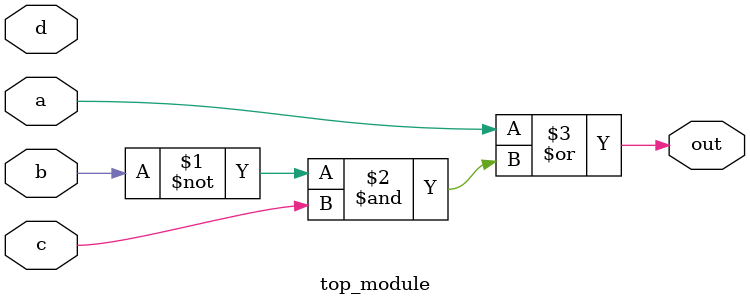
<source format=v>
module top_module(
    input a,
    input b,
    input c,
    input d,
    output out  ); 
    assign out = a | (~b&c) ;

endmodule

</source>
